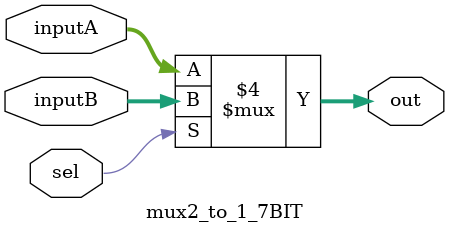
<source format=sv>


module mux2_to_1_7BIT(out,inputA,inputB,sel); // signal multiplexing between 2 128-Bit words.

output logic [6:0] out;
input [6:0] inputA;
input [6:0] inputB;
input sel;

always @(inputA or inputB or sel) begin
  
  if (sel == 0) begin
	out <= inputA;
  end
  else begin
	out <= inputB; 
  end
end
endmodule
</source>
